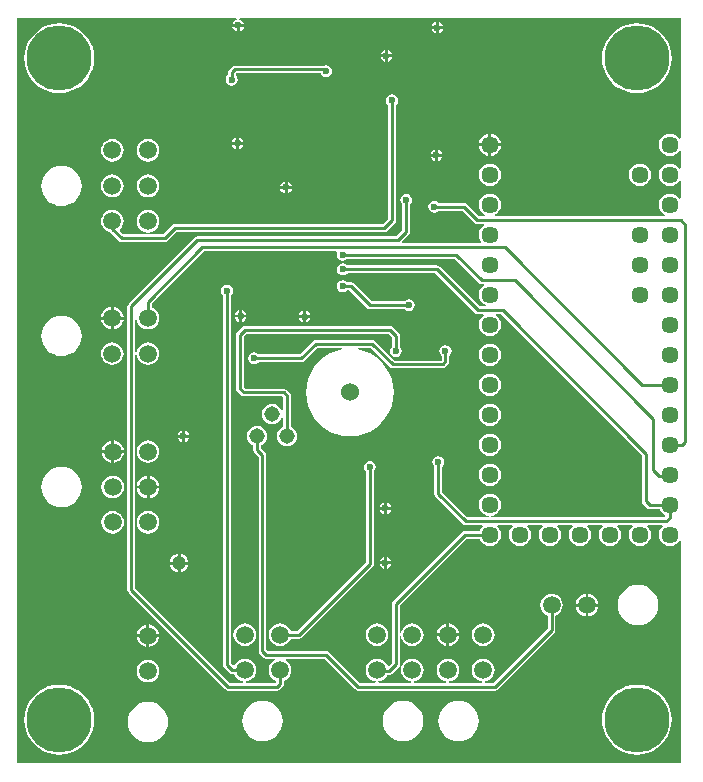
<source format=gbl>
G04 Layer_Physical_Order=2*
G04 Layer_Color=16711680*
%FSLAX44Y44*%
%MOMM*%
G71*
G01*
G75*
%ADD19C,0.2500*%
%ADD21C,1.3080*%
%ADD22C,1.5000*%
%ADD23C,1.4478*%
%ADD24C,5.5000*%
%ADD25C,1.5240*%
%ADD26C,0.6000*%
%ADD27C,1.2000*%
G36*
X280320Y444645D02*
X280283Y444416D01*
X279902Y442500D01*
X280290Y440549D01*
X281395Y438895D01*
X283049Y437790D01*
X285000Y437402D01*
X286951Y437790D01*
X288605Y438895D01*
X288799Y439186D01*
X379111D01*
X379482Y438939D01*
X380285Y438779D01*
X400407Y418657D01*
X401482Y417939D01*
X402750Y417686D01*
X404200D01*
X404610Y416416D01*
X403010Y415189D01*
X401530Y413259D01*
X400599Y411012D01*
X400281Y408600D01*
X400599Y406188D01*
X401530Y403940D01*
X403010Y402010D01*
X404940Y400530D01*
X406017Y400084D01*
X405764Y398814D01*
X400873D01*
X367093Y432593D01*
X366018Y433311D01*
X364750Y433564D01*
X289049D01*
X288855Y433855D01*
X287201Y434960D01*
X285250Y435348D01*
X283299Y434960D01*
X281645Y433855D01*
X280540Y432201D01*
X280152Y430250D01*
X280540Y428299D01*
X281645Y426645D01*
X283299Y425540D01*
X285250Y425152D01*
X287201Y425540D01*
X288855Y426645D01*
X289049Y426936D01*
X363377D01*
X397157Y393157D01*
X398232Y392439D01*
X399500Y392186D01*
X404048D01*
X404479Y390916D01*
X403010Y389789D01*
X401530Y387859D01*
X400599Y385612D01*
X400281Y383200D01*
X400599Y380788D01*
X401530Y378540D01*
X403010Y376610D01*
X404940Y375130D01*
X407188Y374199D01*
X409600Y373881D01*
X412012Y374199D01*
X414259Y375130D01*
X416189Y376610D01*
X417670Y378540D01*
X418601Y380788D01*
X418919Y383200D01*
X418601Y385612D01*
X417670Y387859D01*
X416189Y389789D01*
X414720Y390916D01*
X415151Y392186D01*
X419128D01*
X538436Y272878D01*
Y234000D01*
X538689Y232732D01*
X539407Y231657D01*
X542607Y228457D01*
X543682Y227738D01*
X544950Y227486D01*
X553372D01*
X553930Y226140D01*
X555410Y224210D01*
X557341Y222730D01*
X557964Y222471D01*
X558192Y221234D01*
X557354Y220314D01*
X410462D01*
X410379Y221584D01*
X412012Y221799D01*
X414259Y222730D01*
X416189Y224210D01*
X417670Y226140D01*
X418601Y228388D01*
X418919Y230800D01*
X418601Y233212D01*
X417670Y235459D01*
X416189Y237389D01*
X414259Y238870D01*
X412012Y239801D01*
X409600Y240119D01*
X407188Y239801D01*
X404940Y238870D01*
X403010Y237389D01*
X401530Y235459D01*
X400599Y233212D01*
X400281Y230800D01*
X400599Y228388D01*
X401530Y226140D01*
X403010Y224210D01*
X404940Y222730D01*
X407188Y221799D01*
X408821Y221584D01*
X408737Y220314D01*
X390373D01*
X369314Y241373D01*
Y263201D01*
X369605Y263395D01*
X370710Y265049D01*
X371098Y267000D01*
X370710Y268951D01*
X369605Y270605D01*
X367951Y271710D01*
X366000Y272098D01*
X364049Y271710D01*
X362395Y270605D01*
X361290Y268951D01*
X360902Y267000D01*
X361290Y265049D01*
X362395Y263395D01*
X362686Y263201D01*
Y240000D01*
X362939Y238732D01*
X363657Y237657D01*
X386657Y214657D01*
X387732Y213939D01*
X389000Y213686D01*
X403136D01*
X403567Y212416D01*
X403010Y211989D01*
X401530Y210059D01*
X400972Y208713D01*
X388400D01*
X387132Y208461D01*
X386057Y207743D01*
X327657Y149343D01*
X326939Y148268D01*
X326686Y147000D01*
Y97373D01*
X323928Y94615D01*
X322683Y94862D01*
X322298Y95791D01*
X320775Y97776D01*
X318791Y99298D01*
X316480Y100256D01*
X314000Y100582D01*
X311520Y100256D01*
X309209Y99298D01*
X307224Y97776D01*
X305702Y95791D01*
X304744Y93480D01*
X304418Y91000D01*
X304744Y88520D01*
X305702Y86209D01*
X307224Y84225D01*
X309209Y82702D01*
X311520Y81745D01*
X312744Y81584D01*
X312661Y80314D01*
X299373D01*
X273343Y106343D01*
X272268Y107061D01*
X271000Y107314D01*
X221373D01*
X220314Y108372D01*
Y273000D01*
X220061Y274268D01*
X219343Y275343D01*
X215914Y278773D01*
Y281129D01*
X216907Y281541D01*
X218691Y282909D01*
X220060Y284693D01*
X220920Y286771D01*
X221214Y289000D01*
X220920Y291229D01*
X220060Y293307D01*
X218691Y295091D01*
X216907Y296460D01*
X214829Y297320D01*
X212600Y297614D01*
X210371Y297320D01*
X208293Y296460D01*
X206509Y295091D01*
X205140Y293307D01*
X204280Y291229D01*
X203986Y289000D01*
X204280Y286771D01*
X205140Y284693D01*
X206509Y282909D01*
X208293Y281541D01*
X209286Y281129D01*
Y277400D01*
X209539Y276132D01*
X210257Y275057D01*
X213686Y271627D01*
Y107000D01*
X213939Y105732D01*
X214657Y104657D01*
X217657Y101657D01*
X218732Y100939D01*
X220000Y100686D01*
X227241D01*
X227494Y99416D01*
X227209Y99298D01*
X225225Y97776D01*
X223702Y95791D01*
X222745Y93480D01*
X222418Y91000D01*
X222745Y88520D01*
X223702Y86209D01*
X225225Y84225D01*
X227209Y82702D01*
X228686Y82090D01*
Y80873D01*
X228127Y80314D01*
X203339D01*
X203256Y81584D01*
X204480Y81745D01*
X206791Y82702D01*
X208776Y84225D01*
X210298Y86209D01*
X211255Y88520D01*
X211582Y91000D01*
X211255Y93480D01*
X210298Y95791D01*
X208776Y97776D01*
X206791Y99298D01*
X204480Y100256D01*
X202000Y100582D01*
X199520Y100256D01*
X197209Y99298D01*
X195225Y97776D01*
X193702Y95791D01*
X193552Y95430D01*
X192054Y95132D01*
X190314Y96873D01*
Y408451D01*
X190605Y408645D01*
X191710Y410299D01*
X192098Y412250D01*
X191710Y414201D01*
X190605Y415855D01*
X188951Y416960D01*
X187000Y417348D01*
X185049Y416960D01*
X183395Y415855D01*
X182290Y414201D01*
X181902Y412250D01*
X182290Y410299D01*
X183395Y408645D01*
X183686Y408451D01*
Y95500D01*
X183939Y94232D01*
X184657Y93157D01*
X189157Y88657D01*
X190232Y87939D01*
X191500Y87687D01*
X193090D01*
X193702Y86209D01*
X195225Y84225D01*
X197209Y82702D01*
X199520Y81745D01*
X200744Y81584D01*
X200661Y80314D01*
X189373D01*
X109314Y160373D01*
Y357661D01*
X110584Y357744D01*
X110745Y356520D01*
X111702Y354209D01*
X113225Y352225D01*
X115209Y350702D01*
X117520Y349745D01*
X120000Y349418D01*
X122480Y349745D01*
X124791Y350702D01*
X126776Y352225D01*
X128298Y354209D01*
X129256Y356520D01*
X129582Y359000D01*
X129256Y361480D01*
X128298Y363791D01*
X126776Y365776D01*
X124791Y367298D01*
X122480Y368256D01*
X120000Y368582D01*
X117520Y368256D01*
X115209Y367298D01*
X113225Y365776D01*
X111702Y363791D01*
X110745Y361480D01*
X110584Y360256D01*
X109314Y360340D01*
Y387661D01*
X110584Y387744D01*
X110745Y386520D01*
X111702Y384209D01*
X113225Y382225D01*
X115209Y380702D01*
X117520Y379745D01*
X120000Y379418D01*
X122480Y379745D01*
X124791Y380702D01*
X126776Y382225D01*
X128298Y384209D01*
X129256Y386520D01*
X129582Y389000D01*
X129256Y391480D01*
X128298Y393791D01*
X126776Y395776D01*
X124791Y397298D01*
X123314Y397910D01*
Y401628D01*
X167372Y445686D01*
X279597D01*
X280320Y444645D01*
D02*
G37*
G36*
X194929Y643000D02*
X195862Y642186D01*
X195862Y642186D01*
X195862D01*
X195907Y641730D01*
X195869Y641722D01*
X194549Y641460D01*
X192895Y640355D01*
X191790Y638701D01*
X191651Y638000D01*
X201349D01*
X201210Y638701D01*
X200105Y640355D01*
X198451Y641460D01*
X197131Y641722D01*
X197093Y641730D01*
X197138Y642186D01*
X197138D01*
X197138Y642186D01*
X198071Y643000D01*
X571000Y643000D01*
Y541134D01*
X569730Y540702D01*
X568589Y542189D01*
X566659Y543670D01*
X564412Y544601D01*
X562000Y544919D01*
X559588Y544601D01*
X557341Y543670D01*
X555410Y542189D01*
X553930Y540259D01*
X552999Y538012D01*
X552681Y535600D01*
X552999Y533188D01*
X553930Y530940D01*
X555410Y529011D01*
X557341Y527530D01*
X559588Y526599D01*
X562000Y526281D01*
X564412Y526599D01*
X566659Y527530D01*
X568589Y529011D01*
X569730Y530497D01*
X571000Y530066D01*
Y515734D01*
X569730Y515302D01*
X568589Y516789D01*
X566659Y518270D01*
X564412Y519201D01*
X562000Y519519D01*
X559588Y519201D01*
X557341Y518270D01*
X555410Y516789D01*
X553930Y514859D01*
X552999Y512612D01*
X552681Y510200D01*
X552999Y507788D01*
X553930Y505540D01*
X555410Y503610D01*
X557341Y502130D01*
X559588Y501199D01*
X562000Y500881D01*
X564412Y501199D01*
X566659Y502130D01*
X568589Y503610D01*
X569730Y505097D01*
X571000Y504666D01*
Y490334D01*
X569730Y489902D01*
X568589Y491389D01*
X566659Y492870D01*
X564412Y493801D01*
X562000Y494118D01*
X559588Y493801D01*
X557341Y492870D01*
X555410Y491389D01*
X553930Y489459D01*
X552999Y487212D01*
X552681Y484800D01*
X552999Y482388D01*
X553930Y480140D01*
X555410Y478210D01*
X557341Y476730D01*
X557693Y476584D01*
X557440Y475314D01*
X414160D01*
X413907Y476584D01*
X414259Y476730D01*
X416189Y478210D01*
X417670Y480140D01*
X418601Y482388D01*
X418919Y484800D01*
X418601Y487212D01*
X417670Y489459D01*
X416189Y491389D01*
X414259Y492870D01*
X412012Y493801D01*
X409600Y494118D01*
X407188Y493801D01*
X404940Y492870D01*
X403010Y491389D01*
X401530Y489459D01*
X400599Y487212D01*
X400281Y484800D01*
X400599Y482388D01*
X401530Y480140D01*
X403010Y478210D01*
X404940Y476730D01*
X405293Y476584D01*
X405040Y475314D01*
X400373D01*
X390093Y485593D01*
X389018Y486311D01*
X387750Y486564D01*
X366299D01*
X366105Y486855D01*
X364451Y487960D01*
X362500Y488348D01*
X360549Y487960D01*
X358895Y486855D01*
X357790Y485201D01*
X357402Y483250D01*
X357790Y481299D01*
X358895Y479645D01*
X360549Y478540D01*
X362500Y478152D01*
X364451Y478540D01*
X366105Y479645D01*
X366299Y479936D01*
X386377D01*
X396657Y469657D01*
X397732Y468939D01*
X399000Y468686D01*
X404295D01*
X404878Y467549D01*
X404870Y467416D01*
X403010Y465989D01*
X401530Y464059D01*
X400599Y461812D01*
X400281Y459400D01*
X400599Y456988D01*
X401530Y454740D01*
X402417Y453584D01*
X401791Y452314D01*
X335296D01*
X334770Y453584D01*
X341093Y459907D01*
X341811Y460982D01*
X342064Y462250D01*
X342064Y462251D01*
Y485201D01*
X342355Y485395D01*
X343460Y487049D01*
X343848Y489000D01*
X343460Y490951D01*
X342355Y492605D01*
X340701Y493710D01*
X338750Y494098D01*
X336799Y493710D01*
X335145Y492605D01*
X334040Y490951D01*
X333652Y489000D01*
X334040Y487049D01*
X335145Y485395D01*
X335436Y485201D01*
Y463622D01*
X330128Y458314D01*
X162000D01*
X160732Y458061D01*
X159657Y457343D01*
X103657Y401343D01*
X102939Y400268D01*
X102686Y399000D01*
Y159000D01*
X102939Y157732D01*
X103657Y156657D01*
X185657Y74657D01*
X186732Y73939D01*
X188000Y73686D01*
X229500D01*
X230768Y73939D01*
X231843Y74657D01*
X234343Y77157D01*
X234343Y77157D01*
X235061Y78232D01*
X235314Y79500D01*
Y82090D01*
X236791Y82702D01*
X238776Y84225D01*
X240298Y86209D01*
X241255Y88520D01*
X241582Y91000D01*
X241255Y93480D01*
X240298Y95791D01*
X238776Y97776D01*
X236791Y99298D01*
X236506Y99416D01*
X236759Y100686D01*
X269627D01*
X295657Y74657D01*
X296732Y73939D01*
X298000Y73686D01*
X414000D01*
X415268Y73939D01*
X416343Y74657D01*
X464143Y122457D01*
X464861Y123532D01*
X465114Y124800D01*
Y137090D01*
X466591Y137702D01*
X468575Y139224D01*
X470098Y141209D01*
X471055Y143520D01*
X471382Y146000D01*
X471055Y148480D01*
X470098Y150791D01*
X468575Y152775D01*
X466591Y154298D01*
X464280Y155255D01*
X461800Y155582D01*
X459320Y155255D01*
X457009Y154298D01*
X455024Y152775D01*
X453502Y150791D01*
X452545Y148480D01*
X452218Y146000D01*
X452545Y143520D01*
X453502Y141209D01*
X455024Y139224D01*
X457009Y137702D01*
X458486Y137090D01*
Y126173D01*
X412627Y80314D01*
X405339D01*
X405256Y81584D01*
X406480Y81745D01*
X408791Y82702D01*
X410776Y84225D01*
X412298Y86209D01*
X413256Y88520D01*
X413582Y91000D01*
X413256Y93480D01*
X412298Y95791D01*
X410776Y97776D01*
X408791Y99298D01*
X406480Y100256D01*
X404000Y100582D01*
X401520Y100256D01*
X399209Y99298D01*
X397225Y97776D01*
X395702Y95791D01*
X394745Y93480D01*
X394418Y91000D01*
X394745Y88520D01*
X395702Y86209D01*
X397225Y84225D01*
X399209Y82702D01*
X401520Y81745D01*
X402744Y81584D01*
X402661Y80314D01*
X375340D01*
X375256Y81584D01*
X376480Y81745D01*
X378791Y82702D01*
X380776Y84225D01*
X382298Y86209D01*
X383256Y88520D01*
X383582Y91000D01*
X383256Y93480D01*
X382298Y95791D01*
X380776Y97776D01*
X378791Y99298D01*
X376480Y100256D01*
X374000Y100582D01*
X371520Y100256D01*
X369209Y99298D01*
X367225Y97776D01*
X365702Y95791D01*
X364745Y93480D01*
X364418Y91000D01*
X364745Y88520D01*
X365702Y86209D01*
X367225Y84225D01*
X369209Y82702D01*
X371520Y81745D01*
X372744Y81584D01*
X372661Y80314D01*
X345339D01*
X345256Y81584D01*
X346480Y81745D01*
X348791Y82702D01*
X350775Y84225D01*
X352298Y86209D01*
X353255Y88520D01*
X353582Y91000D01*
X353255Y93480D01*
X352298Y95791D01*
X350775Y97776D01*
X348791Y99298D01*
X346480Y100256D01*
X344000Y100582D01*
X341520Y100256D01*
X339209Y99298D01*
X337224Y97776D01*
X335702Y95791D01*
X334744Y93480D01*
X334418Y91000D01*
X334744Y88520D01*
X335702Y86209D01*
X337224Y84225D01*
X339209Y82702D01*
X341520Y81745D01*
X342744Y81584D01*
X342660Y80314D01*
X315339D01*
X315256Y81584D01*
X316480Y81745D01*
X318791Y82702D01*
X320775Y84225D01*
X322298Y86209D01*
X322496Y86686D01*
X324000D01*
X325268Y86939D01*
X326343Y87657D01*
X332343Y93657D01*
X333061Y94732D01*
X333314Y96000D01*
Y119657D01*
X334584Y119741D01*
X334744Y118520D01*
X335702Y116209D01*
X337224Y114225D01*
X339209Y112702D01*
X341520Y111745D01*
X344000Y111418D01*
X346480Y111745D01*
X348791Y112702D01*
X350775Y114225D01*
X352298Y116209D01*
X353255Y118520D01*
X353582Y121000D01*
X353255Y123480D01*
X352298Y125791D01*
X350775Y127776D01*
X348791Y129298D01*
X346480Y130256D01*
X344000Y130582D01*
X341520Y130256D01*
X339209Y129298D01*
X337224Y127776D01*
X335702Y125791D01*
X334744Y123480D01*
X334584Y122260D01*
X333314Y122343D01*
Y145627D01*
X389772Y202086D01*
X400972D01*
X401530Y200740D01*
X403010Y198811D01*
X404940Y197330D01*
X407188Y196399D01*
X409600Y196081D01*
X412012Y196399D01*
X414259Y197330D01*
X416189Y198811D01*
X417670Y200740D01*
X418601Y202988D01*
X418919Y205400D01*
X418601Y207812D01*
X417670Y210059D01*
X416189Y211989D01*
X415633Y212416D01*
X416064Y213686D01*
X428536D01*
X428967Y212416D01*
X428410Y211989D01*
X426930Y210059D01*
X425999Y207812D01*
X425681Y205400D01*
X425999Y202988D01*
X426930Y200740D01*
X428410Y198811D01*
X430340Y197330D01*
X432588Y196399D01*
X435000Y196081D01*
X437412Y196399D01*
X439659Y197330D01*
X441589Y198811D01*
X443070Y200740D01*
X444001Y202988D01*
X444319Y205400D01*
X444001Y207812D01*
X443070Y210059D01*
X441589Y211989D01*
X441032Y212416D01*
X441464Y213686D01*
X453936D01*
X454367Y212416D01*
X453811Y211989D01*
X452330Y210059D01*
X451399Y207812D01*
X451081Y205400D01*
X451399Y202988D01*
X452330Y200740D01*
X453811Y198811D01*
X455741Y197330D01*
X457988Y196399D01*
X460400Y196081D01*
X462812Y196399D01*
X465059Y197330D01*
X466989Y198811D01*
X468470Y200740D01*
X469401Y202988D01*
X469719Y205400D01*
X469401Y207812D01*
X468470Y210059D01*
X466989Y211989D01*
X466432Y212416D01*
X466864Y213686D01*
X479336D01*
X479767Y212416D01*
X479211Y211989D01*
X477730Y210059D01*
X476799Y207812D01*
X476481Y205400D01*
X476799Y202988D01*
X477730Y200740D01*
X479211Y198811D01*
X481141Y197330D01*
X483388Y196399D01*
X485800Y196081D01*
X488212Y196399D01*
X490459Y197330D01*
X492389Y198811D01*
X493870Y200740D01*
X494801Y202988D01*
X495119Y205400D01*
X494801Y207812D01*
X493870Y210059D01*
X492389Y211989D01*
X491833Y212416D01*
X492264Y213686D01*
X504736D01*
X505167Y212416D01*
X504610Y211989D01*
X503130Y210059D01*
X502199Y207812D01*
X501881Y205400D01*
X502199Y202988D01*
X503130Y200740D01*
X504610Y198811D01*
X506540Y197330D01*
X508788Y196399D01*
X511200Y196081D01*
X513612Y196399D01*
X515859Y197330D01*
X517789Y198811D01*
X519270Y200740D01*
X520201Y202988D01*
X520519Y205400D01*
X520201Y207812D01*
X519270Y210059D01*
X517789Y211989D01*
X517233Y212416D01*
X517664Y213686D01*
X530136D01*
X530567Y212416D01*
X530010Y211989D01*
X528530Y210059D01*
X527599Y207812D01*
X527281Y205400D01*
X527599Y202988D01*
X528530Y200740D01*
X530010Y198811D01*
X531940Y197330D01*
X534188Y196399D01*
X536600Y196081D01*
X539012Y196399D01*
X541259Y197330D01*
X543189Y198811D01*
X544670Y200740D01*
X545601Y202988D01*
X545919Y205400D01*
X545601Y207812D01*
X544670Y210059D01*
X543189Y211989D01*
X542632Y212416D01*
X543064Y213686D01*
X555536D01*
X555967Y212416D01*
X555410Y211989D01*
X553930Y210059D01*
X552999Y207812D01*
X552681Y205400D01*
X552999Y202988D01*
X553930Y200740D01*
X555410Y198811D01*
X557341Y197330D01*
X559588Y196399D01*
X562000Y196081D01*
X564412Y196399D01*
X566659Y197330D01*
X568589Y198811D01*
X569730Y200297D01*
X571000Y199866D01*
Y12000D01*
X9000D01*
X9000Y643000D01*
X194929D01*
D02*
G37*
%LPC*%
G36*
X322250Y232849D02*
Y229250D01*
X325849D01*
X325710Y229951D01*
X324605Y231605D01*
X322951Y232710D01*
X322250Y232849D01*
D02*
G37*
G36*
X319750D02*
X319049Y232710D01*
X317395Y231605D01*
X316290Y229951D01*
X316151Y229250D01*
X319750D01*
Y232849D01*
D02*
G37*
G36*
X129617Y244750D02*
X121450D01*
Y236583D01*
X122680Y236745D01*
X124991Y237702D01*
X126975Y239225D01*
X128498Y241209D01*
X129455Y243520D01*
X129617Y244750D01*
D02*
G37*
G36*
X118950D02*
X110782D01*
X110944Y243520D01*
X111902Y241209D01*
X113424Y239225D01*
X115409Y237702D01*
X117720Y236745D01*
X118950Y236583D01*
Y244750D01*
D02*
G37*
G36*
X322250Y186599D02*
Y183000D01*
X325849D01*
X325710Y183701D01*
X324605Y185355D01*
X322951Y186460D01*
X322250Y186599D01*
D02*
G37*
G36*
X319750D02*
X319049Y186460D01*
X317395Y185355D01*
X316290Y183701D01*
X316151Y183000D01*
X319750D01*
Y186599D01*
D02*
G37*
G36*
X147750Y189404D02*
Y182750D01*
X154404D01*
X154294Y183588D01*
X153488Y185534D01*
X152206Y187206D01*
X150534Y188488D01*
X148588Y189294D01*
X147750Y189404D01*
D02*
G37*
G36*
X325849Y226750D02*
X322250D01*
Y223151D01*
X322951Y223290D01*
X324605Y224395D01*
X325710Y226049D01*
X325849Y226750D01*
D02*
G37*
G36*
X319750D02*
X316151D01*
X316290Y226049D01*
X317395Y224395D01*
X319049Y223290D01*
X319750Y223151D01*
Y226750D01*
D02*
G37*
G36*
X120200Y225582D02*
X117720Y225255D01*
X115409Y224298D01*
X113424Y222775D01*
X111902Y220791D01*
X110944Y218480D01*
X110618Y216000D01*
X110944Y213520D01*
X111902Y211209D01*
X113424Y209224D01*
X115409Y207701D01*
X117720Y206744D01*
X120200Y206418D01*
X122680Y206744D01*
X124991Y207701D01*
X126975Y209224D01*
X128498Y211209D01*
X129455Y213520D01*
X129782Y216000D01*
X129455Y218480D01*
X128498Y220791D01*
X126975Y222775D01*
X124991Y224298D01*
X122680Y225255D01*
X120200Y225582D01*
D02*
G37*
G36*
X148750Y287750D02*
X145151D01*
X145290Y287049D01*
X146395Y285395D01*
X148049Y284290D01*
X148750Y284151D01*
Y287750D01*
D02*
G37*
G36*
X154849D02*
X151250D01*
Y284151D01*
X151951Y284290D01*
X153605Y285395D01*
X154710Y287049D01*
X154849Y287750D01*
D02*
G37*
G36*
X409600Y316318D02*
X407188Y316001D01*
X404940Y315070D01*
X403010Y313589D01*
X401530Y311659D01*
X400599Y309412D01*
X400281Y307000D01*
X400599Y304588D01*
X401530Y302340D01*
X403010Y300410D01*
X404940Y298930D01*
X407188Y297999D01*
X409600Y297681D01*
X412012Y297999D01*
X414259Y298930D01*
X416189Y300410D01*
X417670Y302340D01*
X418601Y304588D01*
X418919Y307000D01*
X418601Y309412D01*
X417670Y311659D01*
X416189Y313589D01*
X414259Y315070D01*
X412012Y316001D01*
X409600Y316318D01*
D02*
G37*
G36*
X151250Y293849D02*
Y290250D01*
X154849D01*
X154710Y290951D01*
X153605Y292605D01*
X151951Y293710D01*
X151250Y293849D01*
D02*
G37*
G36*
X148750D02*
X148049Y293710D01*
X146395Y292605D01*
X145290Y290951D01*
X145151Y290250D01*
X148750D01*
Y293849D01*
D02*
G37*
G36*
X121450Y255418D02*
Y247250D01*
X129617D01*
X129455Y248480D01*
X128498Y250791D01*
X126975Y252776D01*
X124991Y254298D01*
X122680Y255256D01*
X121450Y255418D01*
D02*
G37*
G36*
X118950D02*
X117720Y255256D01*
X115409Y254298D01*
X113424Y252776D01*
X111902Y250791D01*
X110944Y248480D01*
X110782Y247250D01*
X118950D01*
Y255418D01*
D02*
G37*
G36*
X409600Y265518D02*
X407188Y265201D01*
X404940Y264270D01*
X403010Y262789D01*
X401530Y260859D01*
X400599Y258612D01*
X400281Y256200D01*
X400599Y253788D01*
X401530Y251540D01*
X403010Y249611D01*
X404940Y248130D01*
X407188Y247199D01*
X409600Y246881D01*
X412012Y247199D01*
X414259Y248130D01*
X416189Y249611D01*
X417670Y251540D01*
X418601Y253788D01*
X418919Y256200D01*
X418601Y258612D01*
X417670Y260859D01*
X416189Y262789D01*
X414259Y264270D01*
X412012Y265201D01*
X409600Y265518D01*
D02*
G37*
G36*
X120200Y285582D02*
X117720Y285256D01*
X115409Y284298D01*
X113424Y282776D01*
X111902Y280791D01*
X110944Y278480D01*
X110618Y276000D01*
X110944Y273520D01*
X111902Y271209D01*
X113424Y269225D01*
X115409Y267702D01*
X117720Y266745D01*
X120200Y266418D01*
X122680Y266745D01*
X124991Y267702D01*
X126975Y269225D01*
X128498Y271209D01*
X129455Y273520D01*
X129782Y276000D01*
X129455Y278480D01*
X128498Y280791D01*
X126975Y282776D01*
X124991Y284298D01*
X122680Y285256D01*
X120200Y285582D01*
D02*
G37*
G36*
X409600Y290919D02*
X407188Y290601D01*
X404940Y289670D01*
X403010Y288189D01*
X401530Y286259D01*
X400599Y284012D01*
X400281Y281600D01*
X400599Y279188D01*
X401530Y276940D01*
X403010Y275011D01*
X404940Y273530D01*
X407188Y272599D01*
X409600Y272281D01*
X412012Y272599D01*
X414259Y273530D01*
X416189Y275011D01*
X417670Y276940D01*
X418601Y279188D01*
X418919Y281600D01*
X418601Y284012D01*
X417670Y286259D01*
X416189Y288189D01*
X414259Y289670D01*
X412012Y290601D01*
X409600Y290919D01*
D02*
G37*
G36*
X145250Y189404D02*
X144412Y189294D01*
X142465Y188488D01*
X140794Y187206D01*
X139512Y185534D01*
X138706Y183588D01*
X138596Y182750D01*
X145250D01*
Y189404D01*
D02*
G37*
G36*
X202000Y130582D02*
X199520Y130256D01*
X197209Y129298D01*
X195225Y127776D01*
X193702Y125791D01*
X192745Y123480D01*
X192418Y121000D01*
X192745Y118520D01*
X193702Y116209D01*
X195225Y114225D01*
X197209Y112702D01*
X199520Y111745D01*
X202000Y111418D01*
X204480Y111745D01*
X206791Y112702D01*
X208776Y114225D01*
X210298Y116209D01*
X211255Y118520D01*
X211582Y121000D01*
X211255Y123480D01*
X210298Y125791D01*
X208776Y127776D01*
X206791Y129298D01*
X204480Y130256D01*
X202000Y130582D01*
D02*
G37*
G36*
X314000D02*
X311520Y130256D01*
X309209Y129298D01*
X307224Y127776D01*
X305702Y125791D01*
X304744Y123480D01*
X304418Y121000D01*
X304744Y118520D01*
X305702Y116209D01*
X307224Y114225D01*
X309209Y112702D01*
X311520Y111745D01*
X314000Y111418D01*
X316480Y111745D01*
X318791Y112702D01*
X320775Y114225D01*
X322298Y116209D01*
X323255Y118520D01*
X323582Y121000D01*
X323255Y123480D01*
X322298Y125791D01*
X320775Y127776D01*
X318791Y129298D01*
X316480Y130256D01*
X314000Y130582D01*
D02*
G37*
G36*
X145250Y180250D02*
X138596D01*
X138706Y179412D01*
X139512Y177465D01*
X140794Y175794D01*
X142465Y174512D01*
X144412Y173706D01*
X145250Y173596D01*
Y180250D01*
D02*
G37*
G36*
X325849Y180500D02*
X322250D01*
Y176901D01*
X322951Y177040D01*
X324605Y178145D01*
X325710Y179799D01*
X325849Y180500D01*
D02*
G37*
G36*
X319750D02*
X316151D01*
X316290Y179799D01*
X317395Y178145D01*
X319049Y177040D01*
X319750Y176901D01*
Y180500D01*
D02*
G37*
G36*
X154404Y180250D02*
X147750D01*
Y173596D01*
X148588Y173706D01*
X150534Y174512D01*
X152206Y175794D01*
X153488Y177465D01*
X154294Y179412D01*
X154404Y180250D01*
D02*
G37*
G36*
X308000Y268098D02*
X306049Y267710D01*
X304395Y266605D01*
X303290Y264951D01*
X302902Y263000D01*
X303290Y261049D01*
X304395Y259395D01*
X304686Y259201D01*
Y182372D01*
X246628Y124314D01*
X240910D01*
X240298Y125791D01*
X238776Y127776D01*
X236791Y129298D01*
X234480Y130256D01*
X232000Y130582D01*
X229520Y130256D01*
X227209Y129298D01*
X225225Y127776D01*
X223702Y125791D01*
X222745Y123480D01*
X222418Y121000D01*
X222745Y118520D01*
X223702Y116209D01*
X225225Y114225D01*
X227209Y112702D01*
X229520Y111745D01*
X232000Y111418D01*
X234480Y111745D01*
X236791Y112702D01*
X238776Y114225D01*
X240298Y116209D01*
X240910Y117687D01*
X248000D01*
X249268Y117939D01*
X250343Y118657D01*
X310343Y178657D01*
X311061Y179732D01*
X311314Y181000D01*
Y259201D01*
X311605Y259395D01*
X312710Y261049D01*
X313098Y263000D01*
X312710Y264951D01*
X311605Y266605D01*
X309951Y267710D01*
X308000Y268098D01*
D02*
G37*
G36*
X409600Y341718D02*
X407188Y341401D01*
X404940Y340470D01*
X403010Y338989D01*
X401530Y337059D01*
X400599Y334812D01*
X400281Y332400D01*
X400599Y329988D01*
X401530Y327740D01*
X403010Y325811D01*
X404940Y324330D01*
X407188Y323399D01*
X409600Y323081D01*
X412012Y323399D01*
X414259Y324330D01*
X416189Y325811D01*
X417670Y327740D01*
X418601Y329988D01*
X418919Y332400D01*
X418601Y334812D01*
X417670Y337059D01*
X416189Y338989D01*
X414259Y340470D01*
X412012Y341401D01*
X409600Y341718D01*
D02*
G37*
G36*
X197250Y389500D02*
X193651D01*
X193790Y388799D01*
X194895Y387145D01*
X196549Y386040D01*
X197250Y385901D01*
Y389500D01*
D02*
G37*
G36*
X257552Y389047D02*
X253953D01*
Y385448D01*
X254654Y385587D01*
X256308Y386692D01*
X257413Y388346D01*
X257552Y389047D01*
D02*
G37*
G36*
X251453D02*
X247854D01*
X247993Y388346D01*
X249098Y386692D01*
X250752Y385587D01*
X251453Y385448D01*
Y389047D01*
D02*
G37*
G36*
X203349Y389500D02*
X199750D01*
Y385901D01*
X200451Y386040D01*
X202105Y387145D01*
X203210Y388799D01*
X203349Y389500D01*
D02*
G37*
G36*
X251453Y395146D02*
X250752Y395007D01*
X249098Y393902D01*
X247993Y392248D01*
X247854Y391547D01*
X251453D01*
Y395146D01*
D02*
G37*
G36*
X409600Y367118D02*
X407188Y366801D01*
X404940Y365870D01*
X403010Y364389D01*
X401530Y362459D01*
X400599Y360212D01*
X400281Y357800D01*
X400599Y355388D01*
X401530Y353140D01*
X403010Y351211D01*
X404940Y349730D01*
X407188Y348799D01*
X409600Y348481D01*
X412012Y348799D01*
X414259Y349730D01*
X416189Y351211D01*
X417670Y353140D01*
X418601Y355388D01*
X418919Y357800D01*
X418601Y360212D01*
X417670Y362459D01*
X416189Y364389D01*
X414259Y365870D01*
X412012Y366801D01*
X409600Y367118D01*
D02*
G37*
G36*
X310000Y370314D02*
X262000D01*
X260732Y370061D01*
X259657Y369343D01*
X248627Y358314D01*
X213799D01*
X213605Y358605D01*
X211951Y359710D01*
X210000Y360098D01*
X208049Y359710D01*
X206395Y358605D01*
X205290Y356951D01*
X204902Y355000D01*
X205290Y353049D01*
X206395Y351395D01*
X208049Y350290D01*
X210000Y349902D01*
X211951Y350290D01*
X213605Y351395D01*
X213799Y351686D01*
X250000D01*
X251268Y351939D01*
X252343Y352657D01*
X263373Y363686D01*
X284039D01*
X284190Y362416D01*
X279531Y361298D01*
X274151Y359069D01*
X269185Y356026D01*
X264756Y352244D01*
X260974Y347815D01*
X257931Y342850D01*
X255702Y337469D01*
X254343Y331806D01*
X253886Y326000D01*
X254343Y320194D01*
X255702Y314531D01*
X257931Y309150D01*
X260974Y304185D01*
X264756Y299756D01*
X269185Y295974D01*
X274151Y292931D01*
X279531Y290702D01*
X285194Y289343D01*
X291000Y288886D01*
X296806Y289343D01*
X302469Y290702D01*
X307850Y292931D01*
X312815Y295974D01*
X317244Y299756D01*
X321026Y304185D01*
X324069Y309150D01*
X326298Y314531D01*
X327658Y320194D01*
X328115Y326000D01*
X327658Y331806D01*
X326298Y337469D01*
X324069Y342850D01*
X321026Y347815D01*
X317244Y352244D01*
X312815Y356026D01*
X307850Y359069D01*
X302469Y361298D01*
X297811Y362416D01*
X297961Y363686D01*
X308627D01*
X324907Y347407D01*
X325982Y346689D01*
X327250Y346436D01*
X369500D01*
X370768Y346689D01*
X371843Y347407D01*
X374343Y349907D01*
X375061Y350982D01*
X375314Y352250D01*
Y357201D01*
X375605Y357395D01*
X376710Y359049D01*
X377098Y361000D01*
X376710Y362951D01*
X375605Y364605D01*
X373951Y365710D01*
X372000Y366098D01*
X370049Y365710D01*
X368395Y364605D01*
X367290Y362951D01*
X366902Y361000D01*
X367290Y359049D01*
X368395Y357395D01*
X368686Y357201D01*
Y353623D01*
X368128Y353064D01*
X328623D01*
X312343Y369343D01*
X311268Y370061D01*
X311058Y370103D01*
X310000Y370314D01*
D02*
G37*
G36*
X325000Y382314D02*
X202000D01*
X200732Y382061D01*
X199657Y381343D01*
X195657Y377343D01*
X194939Y376268D01*
X194686Y375000D01*
Y329000D01*
X194939Y327732D01*
X195657Y326657D01*
X198657Y323657D01*
X199732Y322939D01*
X201000Y322686D01*
X233627D01*
X234686Y321627D01*
Y311024D01*
X233416Y310772D01*
X232760Y312357D01*
X231391Y314141D01*
X229607Y315510D01*
X227529Y316370D01*
X225300Y316664D01*
X223071Y316370D01*
X220993Y315510D01*
X219209Y314141D01*
X217840Y312357D01*
X216980Y310280D01*
X216686Y308050D01*
X216980Y305821D01*
X217840Y303743D01*
X219209Y301959D01*
X220993Y300590D01*
X223071Y299730D01*
X225300Y299436D01*
X227529Y299730D01*
X229607Y300590D01*
X231391Y301959D01*
X232760Y303743D01*
X233416Y305329D01*
X234686Y305076D01*
Y296871D01*
X233693Y296460D01*
X231909Y295091D01*
X230540Y293307D01*
X229680Y291229D01*
X229386Y289000D01*
X229680Y286771D01*
X230540Y284693D01*
X231909Y282909D01*
X233693Y281541D01*
X235771Y280680D01*
X238000Y280387D01*
X240229Y280680D01*
X242307Y281541D01*
X244091Y282909D01*
X245460Y284693D01*
X246320Y286771D01*
X246614Y289000D01*
X246320Y291229D01*
X245460Y293307D01*
X244091Y295091D01*
X242307Y296460D01*
X241314Y296871D01*
Y323000D01*
X241061Y324268D01*
X240343Y325343D01*
X237343Y328343D01*
X236268Y329061D01*
X235000Y329314D01*
X202373D01*
X201314Y330373D01*
Y373628D01*
X203373Y375686D01*
X323628D01*
X326686Y372627D01*
Y364799D01*
X326395Y364605D01*
X325290Y362951D01*
X324902Y361000D01*
X325290Y359049D01*
X326395Y357395D01*
X328049Y356290D01*
X330000Y355902D01*
X331951Y356290D01*
X333605Y357395D01*
X334710Y359049D01*
X335098Y361000D01*
X334710Y362951D01*
X333605Y364605D01*
X333314Y364799D01*
Y374000D01*
X333061Y375268D01*
X332343Y376343D01*
X327343Y381343D01*
X326268Y382061D01*
X326058Y382103D01*
X325000Y382314D01*
D02*
G37*
G36*
X199750Y395599D02*
Y392000D01*
X203349D01*
X203210Y392701D01*
X202105Y394355D01*
X200451Y395460D01*
X199750Y395599D01*
D02*
G37*
G36*
X197250D02*
X196549Y395460D01*
X194895Y394355D01*
X193790Y392701D01*
X193651Y392000D01*
X197250D01*
Y395599D01*
D02*
G37*
G36*
X253953Y395146D02*
Y391547D01*
X257552D01*
X257413Y392248D01*
X256308Y393902D01*
X254654Y395007D01*
X253953Y395146D01*
D02*
G37*
G36*
X285000Y421098D02*
X283049Y420710D01*
X281395Y419605D01*
X280290Y417951D01*
X279902Y416000D01*
X280290Y414049D01*
X281395Y412395D01*
X283049Y411290D01*
X285000Y410902D01*
X286951Y411290D01*
X288605Y412395D01*
X288799Y412686D01*
X290627D01*
X305657Y397657D01*
X306732Y396939D01*
X308000Y396686D01*
X337201D01*
X337395Y396395D01*
X339049Y395290D01*
X341000Y394902D01*
X342951Y395290D01*
X344605Y396395D01*
X345710Y398049D01*
X346098Y400000D01*
X345710Y401951D01*
X344605Y403605D01*
X342951Y404710D01*
X341000Y405098D01*
X339049Y404710D01*
X337395Y403605D01*
X337201Y403314D01*
X309373D01*
X294343Y418343D01*
X293268Y419061D01*
X292000Y419314D01*
X288799D01*
X288605Y419605D01*
X286951Y420710D01*
X285000Y421098D01*
D02*
G37*
G36*
X90200Y255582D02*
X87720Y255256D01*
X85409Y254298D01*
X83425Y252776D01*
X81902Y250791D01*
X80944Y248480D01*
X80618Y246000D01*
X80944Y243520D01*
X81902Y241209D01*
X83425Y239225D01*
X85409Y237702D01*
X87720Y236745D01*
X90200Y236418D01*
X92680Y236745D01*
X94991Y237702D01*
X96975Y239225D01*
X98498Y241209D01*
X99455Y243520D01*
X99782Y246000D01*
X99455Y248480D01*
X98498Y250791D01*
X96975Y252776D01*
X94991Y254298D01*
X92680Y255256D01*
X90200Y255582D01*
D02*
G37*
G36*
X47000Y263082D02*
X43668Y262754D01*
X40463Y261782D01*
X37510Y260203D01*
X34921Y258079D01*
X32797Y255491D01*
X31218Y252537D01*
X30246Y249333D01*
X29918Y246000D01*
X30246Y242668D01*
X31218Y239463D01*
X32797Y236510D01*
X34921Y233921D01*
X37510Y231797D01*
X40463Y230218D01*
X43668Y229246D01*
X47000Y228918D01*
X50333Y229246D01*
X53537Y230218D01*
X56491Y231797D01*
X59079Y233921D01*
X61203Y236510D01*
X62782Y239463D01*
X63754Y242668D01*
X64082Y246000D01*
X63754Y249333D01*
X62782Y252537D01*
X61203Y255491D01*
X59079Y258079D01*
X56491Y260203D01*
X53537Y261782D01*
X50333Y262754D01*
X47000Y263082D01*
D02*
G37*
G36*
X90200Y225582D02*
X87720Y225255D01*
X85409Y224298D01*
X83425Y222775D01*
X81902Y220791D01*
X80944Y218480D01*
X80618Y216000D01*
X80944Y213520D01*
X81902Y211209D01*
X83425Y209224D01*
X85409Y207701D01*
X87720Y206744D01*
X90200Y206418D01*
X92680Y206744D01*
X94991Y207701D01*
X96975Y209224D01*
X98498Y211209D01*
X99455Y213520D01*
X99782Y216000D01*
X99455Y218480D01*
X98498Y220791D01*
X96975Y222775D01*
X94991Y224298D01*
X92680Y225255D01*
X90200Y225582D01*
D02*
G37*
G36*
X91450Y285417D02*
Y277250D01*
X99617D01*
X99455Y278480D01*
X98498Y280791D01*
X96975Y282776D01*
X94991Y284298D01*
X92680Y285256D01*
X91450Y285417D01*
D02*
G37*
G36*
X88950D02*
X87720Y285256D01*
X85409Y284298D01*
X83425Y282776D01*
X81902Y280791D01*
X80944Y278480D01*
X80783Y277250D01*
X88950D01*
Y285417D01*
D02*
G37*
G36*
X99617Y274750D02*
X91450D01*
Y266583D01*
X92680Y266745D01*
X94991Y267702D01*
X96975Y269225D01*
X98498Y271209D01*
X99455Y273520D01*
X99617Y274750D01*
D02*
G37*
G36*
X88950D02*
X80783D01*
X80944Y273520D01*
X81902Y271209D01*
X83425Y269225D01*
X85409Y267702D01*
X87720Y266745D01*
X88950Y266583D01*
Y274750D01*
D02*
G37*
G36*
X129418Y118950D02*
X121250D01*
Y110783D01*
X122480Y110945D01*
X124791Y111902D01*
X126776Y113425D01*
X128298Y115409D01*
X129256Y117720D01*
X129418Y118950D01*
D02*
G37*
G36*
X118750D02*
X110583D01*
X110745Y117720D01*
X111702Y115409D01*
X113225Y113425D01*
X115209Y111902D01*
X117520Y110945D01*
X118750Y110783D01*
Y118950D01*
D02*
G37*
G36*
X383418Y119750D02*
X375250D01*
Y111583D01*
X376480Y111745D01*
X378791Y112702D01*
X380776Y114225D01*
X382298Y116209D01*
X383256Y118520D01*
X383418Y119750D01*
D02*
G37*
G36*
X372750D02*
X364583D01*
X364745Y118520D01*
X365702Y116209D01*
X367225Y114225D01*
X369209Y112702D01*
X371520Y111745D01*
X372750Y111583D01*
Y119750D01*
D02*
G37*
G36*
X404000Y130582D02*
X401520Y130256D01*
X399209Y129298D01*
X397225Y127776D01*
X395702Y125791D01*
X394745Y123480D01*
X394418Y121000D01*
X394745Y118520D01*
X395702Y116209D01*
X397225Y114225D01*
X399209Y112702D01*
X401520Y111745D01*
X404000Y111418D01*
X406480Y111745D01*
X408791Y112702D01*
X410776Y114225D01*
X412298Y116209D01*
X413256Y118520D01*
X413582Y121000D01*
X413256Y123480D01*
X412298Y125791D01*
X410776Y127776D01*
X408791Y129298D01*
X406480Y130256D01*
X404000Y130582D01*
D02*
G37*
G36*
X120000Y64082D02*
X116668Y63754D01*
X113463Y62782D01*
X110510Y61203D01*
X107921Y59079D01*
X105797Y56490D01*
X104218Y53537D01*
X103246Y50332D01*
X102918Y47000D01*
X103246Y43667D01*
X104218Y40463D01*
X105797Y37509D01*
X107921Y34921D01*
X110510Y32796D01*
X113463Y31218D01*
X116668Y30246D01*
X120000Y29918D01*
X123333Y30246D01*
X126537Y31218D01*
X129491Y32796D01*
X132079Y34921D01*
X134204Y37509D01*
X135782Y40463D01*
X136754Y43667D01*
X137083Y47000D01*
X136754Y50332D01*
X135782Y53537D01*
X134204Y56490D01*
X132079Y59079D01*
X129491Y61203D01*
X126537Y62782D01*
X123333Y63754D01*
X120000Y64082D01*
D02*
G37*
G36*
X45000Y78591D02*
X40371Y78227D01*
X35856Y77143D01*
X31566Y75366D01*
X27607Y72940D01*
X24076Y69924D01*
X21060Y66393D01*
X18634Y62434D01*
X16857Y58144D01*
X15773Y53629D01*
X15409Y49000D01*
X15773Y44371D01*
X16857Y39856D01*
X18634Y35566D01*
X21060Y31607D01*
X24076Y28076D01*
X27607Y25060D01*
X31566Y22634D01*
X35856Y20857D01*
X40371Y19773D01*
X45000Y19409D01*
X49629Y19773D01*
X54144Y20857D01*
X58434Y22634D01*
X62393Y25060D01*
X65924Y28076D01*
X68940Y31607D01*
X71366Y35566D01*
X73143Y39856D01*
X74227Y44371D01*
X74591Y49000D01*
X74227Y53629D01*
X73143Y58144D01*
X71366Y62434D01*
X68940Y66393D01*
X65924Y69924D01*
X62393Y72940D01*
X58434Y75366D01*
X54144Y77143D01*
X49629Y78227D01*
X45000Y78591D01*
D02*
G37*
G36*
X534000Y78591D02*
X529371Y78227D01*
X524856Y77143D01*
X520566Y75366D01*
X516607Y72940D01*
X513076Y69924D01*
X510060Y66393D01*
X507634Y62434D01*
X505857Y58144D01*
X504773Y53629D01*
X504409Y49000D01*
X504773Y44371D01*
X505857Y39856D01*
X507634Y35566D01*
X510060Y31607D01*
X513076Y28076D01*
X516607Y25060D01*
X520566Y22634D01*
X524856Y20857D01*
X529371Y19773D01*
X534000Y19409D01*
X538629Y19773D01*
X543144Y20857D01*
X547434Y22634D01*
X551393Y25060D01*
X554924Y28076D01*
X557940Y31607D01*
X560366Y35566D01*
X562143Y39856D01*
X563227Y44371D01*
X563591Y49000D01*
X563227Y53629D01*
X562143Y58144D01*
X560366Y62434D01*
X557940Y66393D01*
X554924Y69924D01*
X551393Y72940D01*
X547434Y75366D01*
X543144Y77143D01*
X538629Y78227D01*
X534000Y78591D01*
D02*
G37*
G36*
X217000Y64882D02*
X213667Y64554D01*
X210463Y63582D01*
X207509Y62003D01*
X204921Y59879D01*
X202796Y57290D01*
X201218Y54337D01*
X200246Y51132D01*
X199918Y47800D01*
X200246Y44467D01*
X201218Y41263D01*
X202796Y38310D01*
X204921Y35721D01*
X207509Y33597D01*
X210463Y32018D01*
X213667Y31046D01*
X217000Y30718D01*
X220332Y31046D01*
X223537Y32018D01*
X226490Y33597D01*
X229079Y35721D01*
X231203Y38310D01*
X232782Y41263D01*
X233754Y44467D01*
X234082Y47800D01*
X233754Y51132D01*
X232782Y54337D01*
X231203Y57290D01*
X229079Y59879D01*
X226490Y62003D01*
X223537Y63582D01*
X220332Y64554D01*
X217000Y64882D01*
D02*
G37*
G36*
X120000Y99782D02*
X117520Y99456D01*
X115209Y98498D01*
X113225Y96976D01*
X111702Y94991D01*
X110745Y92680D01*
X110418Y90200D01*
X110745Y87720D01*
X111702Y85409D01*
X113225Y83425D01*
X115209Y81902D01*
X117520Y80945D01*
X120000Y80618D01*
X122480Y80945D01*
X124791Y81902D01*
X126776Y83425D01*
X128298Y85409D01*
X129256Y87720D01*
X129582Y90200D01*
X129256Y92680D01*
X128298Y94991D01*
X126776Y96976D01*
X124791Y98498D01*
X122480Y99456D01*
X120000Y99782D01*
D02*
G37*
G36*
X383000Y64882D02*
X379667Y64554D01*
X376463Y63582D01*
X373510Y62003D01*
X370921Y59879D01*
X368797Y57290D01*
X367218Y54337D01*
X366246Y51132D01*
X365918Y47800D01*
X366246Y44467D01*
X367218Y41263D01*
X368797Y38310D01*
X370921Y35721D01*
X373510Y33597D01*
X376463Y32018D01*
X379667Y31046D01*
X383000Y30718D01*
X386333Y31046D01*
X389537Y32018D01*
X392490Y33597D01*
X395079Y35721D01*
X397203Y38310D01*
X398782Y41263D01*
X399754Y44467D01*
X400082Y47800D01*
X399754Y51132D01*
X398782Y54337D01*
X397203Y57290D01*
X395079Y59879D01*
X392490Y62003D01*
X389537Y63582D01*
X386333Y64554D01*
X383000Y64882D01*
D02*
G37*
G36*
X336000D02*
X332667Y64554D01*
X329463Y63582D01*
X326509Y62003D01*
X323921Y59879D01*
X321796Y57290D01*
X320218Y54337D01*
X319246Y51132D01*
X318918Y47800D01*
X319246Y44467D01*
X320218Y41263D01*
X321796Y38310D01*
X323921Y35721D01*
X326509Y33597D01*
X329463Y32018D01*
X332667Y31046D01*
X336000Y30718D01*
X339332Y31046D01*
X342537Y32018D01*
X345490Y33597D01*
X348079Y35721D01*
X350203Y38310D01*
X351782Y41263D01*
X352754Y44467D01*
X353082Y47800D01*
X352754Y51132D01*
X351782Y54337D01*
X350203Y57290D01*
X348079Y59879D01*
X345490Y62003D01*
X342537Y63582D01*
X339332Y64554D01*
X336000Y64882D01*
D02*
G37*
G36*
X493050Y155417D02*
Y147250D01*
X501217D01*
X501055Y148480D01*
X500098Y150791D01*
X498575Y152775D01*
X496591Y154298D01*
X494280Y155255D01*
X493050Y155417D01*
D02*
G37*
G36*
X490550D02*
X489320Y155255D01*
X487009Y154298D01*
X485024Y152775D01*
X483502Y150791D01*
X482544Y148480D01*
X482383Y147250D01*
X490550D01*
Y155417D01*
D02*
G37*
G36*
X501217Y144750D02*
X493050D01*
Y136582D01*
X494280Y136744D01*
X496591Y137702D01*
X498575Y139224D01*
X500098Y141209D01*
X501055Y143520D01*
X501217Y144750D01*
D02*
G37*
G36*
X372750Y130418D02*
X371520Y130256D01*
X369209Y129298D01*
X367225Y127776D01*
X365702Y125791D01*
X364745Y123480D01*
X364583Y122250D01*
X372750D01*
Y130418D01*
D02*
G37*
G36*
X121250Y129618D02*
Y121450D01*
X129418D01*
X129256Y122680D01*
X128298Y124991D01*
X126776Y126975D01*
X124791Y128498D01*
X122480Y129455D01*
X121250Y129618D01*
D02*
G37*
G36*
X118750D02*
X117520Y129455D01*
X115209Y128498D01*
X113225Y126975D01*
X111702Y124991D01*
X110745Y122680D01*
X110583Y121450D01*
X118750D01*
Y129618D01*
D02*
G37*
G36*
X375250Y130418D02*
Y122250D01*
X383418D01*
X383256Y123480D01*
X382298Y125791D01*
X380776Y127776D01*
X378791Y129298D01*
X376480Y130256D01*
X375250Y130418D01*
D02*
G37*
G36*
X490550Y144750D02*
X482383D01*
X482544Y143520D01*
X483502Y141209D01*
X485024Y139224D01*
X487009Y137702D01*
X489320Y136744D01*
X490550Y136582D01*
Y144750D01*
D02*
G37*
G36*
X535000Y163082D02*
X531668Y162754D01*
X528463Y161782D01*
X525510Y160203D01*
X522921Y158079D01*
X520797Y155490D01*
X519218Y152537D01*
X518246Y149333D01*
X517918Y146000D01*
X518246Y142667D01*
X519218Y139463D01*
X520797Y136510D01*
X522921Y133921D01*
X525510Y131797D01*
X528463Y130218D01*
X531668Y129246D01*
X535000Y128918D01*
X538333Y129246D01*
X541537Y130218D01*
X544491Y131797D01*
X547079Y133921D01*
X549203Y136510D01*
X550782Y139463D01*
X551754Y142667D01*
X552082Y146000D01*
X551754Y149333D01*
X550782Y152537D01*
X549203Y155490D01*
X547079Y158079D01*
X544491Y160203D01*
X541537Y161782D01*
X538333Y162754D01*
X535000Y163082D01*
D02*
G37*
G36*
X194750Y535750D02*
X191151D01*
X191290Y535049D01*
X192395Y533395D01*
X194049Y532290D01*
X194750Y532151D01*
Y535750D01*
D02*
G37*
G36*
X365500Y531849D02*
Y528250D01*
X369099D01*
X368960Y528951D01*
X367855Y530605D01*
X366201Y531710D01*
X365500Y531849D01*
D02*
G37*
G36*
X363000D02*
X362299Y531710D01*
X360645Y530605D01*
X359540Y528951D01*
X359401Y528250D01*
X363000D01*
Y531849D01*
D02*
G37*
G36*
X200849Y535750D02*
X197250D01*
Y532151D01*
X197951Y532290D01*
X199605Y533395D01*
X200710Y535049D01*
X200849Y535750D01*
D02*
G37*
G36*
X194750Y541849D02*
X194049Y541710D01*
X192395Y540605D01*
X191290Y538951D01*
X191151Y538250D01*
X194750D01*
Y541849D01*
D02*
G37*
G36*
X410850Y544754D02*
Y536850D01*
X418754D01*
X418601Y538012D01*
X417670Y540259D01*
X416189Y542189D01*
X414259Y543670D01*
X412012Y544601D01*
X410850Y544754D01*
D02*
G37*
G36*
X408350D02*
X407188Y544601D01*
X404940Y543670D01*
X403010Y542189D01*
X401530Y540259D01*
X400599Y538012D01*
X400446Y536850D01*
X408350D01*
Y544754D01*
D02*
G37*
G36*
X120000Y540582D02*
X117520Y540255D01*
X115209Y539298D01*
X113225Y537775D01*
X111702Y535791D01*
X110745Y533480D01*
X110418Y531000D01*
X110745Y528520D01*
X111702Y526209D01*
X113225Y524224D01*
X115209Y522702D01*
X117520Y521744D01*
X120000Y521418D01*
X122480Y521744D01*
X124791Y522702D01*
X126776Y524224D01*
X128298Y526209D01*
X129256Y528520D01*
X129582Y531000D01*
X129256Y533480D01*
X128298Y535791D01*
X126776Y537775D01*
X124791Y539298D01*
X122480Y540255D01*
X120000Y540582D01*
D02*
G37*
G36*
X90000D02*
X87520Y540255D01*
X85209Y539298D01*
X83224Y537775D01*
X81702Y535791D01*
X80744Y533480D01*
X80418Y531000D01*
X80744Y528520D01*
X81702Y526209D01*
X83224Y524224D01*
X85209Y522702D01*
X87520Y521744D01*
X90000Y521418D01*
X92480Y521744D01*
X94791Y522702D01*
X96775Y524224D01*
X98298Y526209D01*
X99255Y528520D01*
X99582Y531000D01*
X99255Y533480D01*
X98298Y535791D01*
X96775Y537775D01*
X94791Y539298D01*
X92480Y540255D01*
X90000Y540582D01*
D02*
G37*
G36*
X238250Y504599D02*
Y501000D01*
X241849D01*
X241710Y501701D01*
X240605Y503355D01*
X238951Y504460D01*
X238250Y504599D01*
D02*
G37*
G36*
X363000Y525750D02*
X359401D01*
X359540Y525049D01*
X360645Y523395D01*
X362299Y522290D01*
X363000Y522151D01*
Y525750D01*
D02*
G37*
G36*
X418754Y534350D02*
X410850D01*
Y526446D01*
X412012Y526599D01*
X414259Y527530D01*
X416189Y529011D01*
X417670Y530940D01*
X418601Y533188D01*
X418754Y534350D01*
D02*
G37*
G36*
X408350D02*
X400446D01*
X400599Y533188D01*
X401530Y530940D01*
X403010Y529011D01*
X404940Y527530D01*
X407188Y526599D01*
X408350Y526446D01*
Y534350D01*
D02*
G37*
G36*
X369099Y525750D02*
X365500D01*
Y522151D01*
X366201Y522290D01*
X367855Y523395D01*
X368960Y525049D01*
X369099Y525750D01*
D02*
G37*
G36*
X369849Y633750D02*
X366250D01*
Y630151D01*
X366951Y630290D01*
X368605Y631395D01*
X369710Y633049D01*
X369849Y633750D01*
D02*
G37*
G36*
X363750D02*
X360151D01*
X360290Y633049D01*
X361395Y631395D01*
X363049Y630290D01*
X363750Y630151D01*
Y633750D01*
D02*
G37*
G36*
X323250Y615849D02*
Y612250D01*
X326849D01*
X326710Y612951D01*
X325605Y614605D01*
X323951Y615710D01*
X323250Y615849D01*
D02*
G37*
G36*
X195250Y635500D02*
X191651D01*
X191790Y634799D01*
X192895Y633145D01*
X194549Y632040D01*
X195250Y631901D01*
Y635500D01*
D02*
G37*
G36*
X366250Y639849D02*
Y636250D01*
X369849D01*
X369710Y636951D01*
X368605Y638605D01*
X366951Y639710D01*
X366250Y639849D01*
D02*
G37*
G36*
X363750D02*
X363049Y639710D01*
X361395Y638605D01*
X360290Y636951D01*
X360151Y636250D01*
X363750D01*
Y639849D01*
D02*
G37*
G36*
X201349Y635500D02*
X197750D01*
Y631901D01*
X198451Y632040D01*
X200105Y633145D01*
X201210Y634799D01*
X201349Y635500D01*
D02*
G37*
G36*
X534000Y638591D02*
X529371Y638227D01*
X524856Y637143D01*
X520566Y635366D01*
X516607Y632940D01*
X513076Y629924D01*
X510060Y626393D01*
X507634Y622434D01*
X505857Y618144D01*
X504773Y613629D01*
X504409Y609000D01*
X504773Y604371D01*
X505857Y599856D01*
X507634Y595566D01*
X510060Y591607D01*
X513076Y588076D01*
X516607Y585060D01*
X520566Y582634D01*
X524856Y580857D01*
X529371Y579773D01*
X534000Y579409D01*
X538629Y579773D01*
X543144Y580857D01*
X547434Y582634D01*
X551393Y585060D01*
X554924Y588076D01*
X557940Y591607D01*
X560366Y595566D01*
X562143Y599856D01*
X563227Y604371D01*
X563591Y609000D01*
X563227Y613629D01*
X562143Y618144D01*
X560366Y622434D01*
X557940Y626393D01*
X554924Y629924D01*
X551393Y632940D01*
X547434Y635366D01*
X543144Y637143D01*
X538629Y638227D01*
X534000Y638591D01*
D02*
G37*
G36*
X45000D02*
X40371Y638227D01*
X35856Y637143D01*
X31566Y635366D01*
X27607Y632940D01*
X24076Y629924D01*
X21060Y626393D01*
X18634Y622434D01*
X16857Y618144D01*
X15773Y613629D01*
X15409Y609000D01*
X15773Y604371D01*
X16857Y599856D01*
X18634Y595566D01*
X21060Y591607D01*
X24076Y588076D01*
X27607Y585060D01*
X31566Y582634D01*
X35856Y580857D01*
X40371Y579773D01*
X45000Y579409D01*
X49629Y579773D01*
X54144Y580857D01*
X58434Y582634D01*
X62393Y585060D01*
X65924Y588076D01*
X68940Y591607D01*
X71366Y595566D01*
X73143Y599856D01*
X74227Y604371D01*
X74591Y609000D01*
X74227Y613629D01*
X73143Y618144D01*
X71366Y622434D01*
X68940Y626393D01*
X65924Y629924D01*
X62393Y632940D01*
X58434Y635366D01*
X54144Y637143D01*
X49629Y638227D01*
X45000Y638591D01*
D02*
G37*
G36*
X197250Y541849D02*
Y538250D01*
X200849D01*
X200710Y538951D01*
X199605Y540605D01*
X197951Y541710D01*
X197250Y541849D01*
D02*
G37*
G36*
X271000Y603098D02*
X269535Y602807D01*
X269500Y602814D01*
X193500D01*
X192232Y602561D01*
X191157Y601843D01*
X188657Y599343D01*
X187939Y598268D01*
X187686Y597000D01*
Y594799D01*
X187395Y594605D01*
X186290Y592951D01*
X185902Y591000D01*
X186290Y589049D01*
X187395Y587395D01*
X189049Y586290D01*
X191000Y585902D01*
X192951Y586290D01*
X194605Y587395D01*
X195710Y589049D01*
X196098Y591000D01*
X195710Y592951D01*
X194605Y594605D01*
X194621Y595935D01*
X194872Y596186D01*
X266263D01*
X266290Y596049D01*
X267395Y594395D01*
X269049Y593290D01*
X271000Y592902D01*
X272951Y593290D01*
X274605Y594395D01*
X275710Y596049D01*
X276098Y598000D01*
X275710Y599951D01*
X274605Y601605D01*
X272951Y602710D01*
X271000Y603098D01*
D02*
G37*
G36*
X320750Y615849D02*
X320049Y615710D01*
X318395Y614605D01*
X317290Y612951D01*
X317151Y612250D01*
X320750D01*
Y615849D01*
D02*
G37*
G36*
X326849Y609750D02*
X323250D01*
Y606151D01*
X323951Y606290D01*
X325605Y607395D01*
X326710Y609049D01*
X326849Y609750D01*
D02*
G37*
G36*
X320750D02*
X317151D01*
X317290Y609049D01*
X318395Y607395D01*
X320049Y606290D01*
X320750Y606151D01*
Y609750D01*
D02*
G37*
G36*
X91250Y398418D02*
Y390250D01*
X99417D01*
X99255Y391480D01*
X98298Y393791D01*
X96775Y395776D01*
X94791Y397298D01*
X92480Y398256D01*
X91250Y398418D01*
D02*
G37*
G36*
X88750D02*
X87520Y398256D01*
X85209Y397298D01*
X83224Y395776D01*
X81702Y393791D01*
X80744Y391480D01*
X80582Y390250D01*
X88750D01*
Y398418D01*
D02*
G37*
G36*
X90000Y368582D02*
X87520Y368256D01*
X85209Y367298D01*
X83224Y365776D01*
X81702Y363791D01*
X80744Y361480D01*
X80418Y359000D01*
X80744Y356520D01*
X81702Y354209D01*
X83224Y352225D01*
X85209Y350702D01*
X87520Y349745D01*
X90000Y349418D01*
X92480Y349745D01*
X94791Y350702D01*
X96775Y352225D01*
X98298Y354209D01*
X99255Y356520D01*
X99582Y359000D01*
X99255Y361480D01*
X98298Y363791D01*
X96775Y365776D01*
X94791Y367298D01*
X92480Y368256D01*
X90000Y368582D01*
D02*
G37*
G36*
X99417Y387750D02*
X91250D01*
Y379583D01*
X92480Y379745D01*
X94791Y380702D01*
X96775Y382225D01*
X98298Y384209D01*
X99255Y386520D01*
X99417Y387750D01*
D02*
G37*
G36*
X88750D02*
X80582D01*
X80744Y386520D01*
X81702Y384209D01*
X83224Y382225D01*
X85209Y380702D01*
X87520Y379745D01*
X88750Y379583D01*
Y387750D01*
D02*
G37*
G36*
X46800Y391082D02*
X43467Y390754D01*
X40263Y389782D01*
X37310Y388203D01*
X34721Y386079D01*
X32597Y383490D01*
X31018Y380537D01*
X30046Y377332D01*
X29718Y374000D01*
X30046Y370667D01*
X31018Y367463D01*
X32597Y364510D01*
X34721Y361921D01*
X37310Y359797D01*
X40263Y358218D01*
X43467Y357246D01*
X46800Y356918D01*
X50133Y357246D01*
X53337Y358218D01*
X56290Y359797D01*
X58879Y361921D01*
X61003Y364510D01*
X62582Y367463D01*
X63554Y370667D01*
X63882Y374000D01*
X63554Y377332D01*
X62582Y380537D01*
X61003Y383490D01*
X58879Y386079D01*
X56290Y388203D01*
X53337Y389782D01*
X50133Y390754D01*
X46800Y391082D01*
D02*
G37*
G36*
X235750Y498500D02*
X232151D01*
X232290Y497799D01*
X233395Y496145D01*
X235049Y495040D01*
X235750Y494901D01*
Y498500D01*
D02*
G37*
G36*
X120000Y510582D02*
X117520Y510255D01*
X115209Y509298D01*
X113225Y507775D01*
X111702Y505791D01*
X110745Y503480D01*
X110418Y501000D01*
X110745Y498520D01*
X111702Y496209D01*
X113225Y494225D01*
X115209Y492702D01*
X117520Y491744D01*
X120000Y491418D01*
X122480Y491744D01*
X124791Y492702D01*
X126776Y494225D01*
X128298Y496209D01*
X129256Y498520D01*
X129582Y501000D01*
X129256Y503480D01*
X128298Y505791D01*
X126776Y507775D01*
X124791Y509298D01*
X122480Y510255D01*
X120000Y510582D01*
D02*
G37*
G36*
X90000D02*
X87520Y510255D01*
X85209Y509298D01*
X83224Y507775D01*
X81702Y505791D01*
X80744Y503480D01*
X80418Y501000D01*
X80744Y498520D01*
X81702Y496209D01*
X83224Y494225D01*
X85209Y492702D01*
X87520Y491744D01*
X90000Y491418D01*
X92480Y491744D01*
X94791Y492702D01*
X96775Y494225D01*
X98298Y496209D01*
X99255Y498520D01*
X99582Y501000D01*
X99255Y503480D01*
X98298Y505791D01*
X96775Y507775D01*
X94791Y509298D01*
X92480Y510255D01*
X90000Y510582D01*
D02*
G37*
G36*
X241849Y498500D02*
X238250D01*
Y494901D01*
X238951Y495040D01*
X240605Y496145D01*
X241710Y497799D01*
X241849Y498500D01*
D02*
G37*
G36*
X235750Y504599D02*
X235049Y504460D01*
X233395Y503355D01*
X232290Y501701D01*
X232151Y501000D01*
X235750D01*
Y504599D01*
D02*
G37*
G36*
X536600Y519519D02*
X534188Y519201D01*
X531940Y518270D01*
X530010Y516789D01*
X528530Y514859D01*
X527599Y512612D01*
X527281Y510200D01*
X527599Y507788D01*
X528530Y505540D01*
X530010Y503610D01*
X531940Y502130D01*
X534188Y501199D01*
X536600Y500881D01*
X539012Y501199D01*
X541259Y502130D01*
X543189Y503610D01*
X544670Y505540D01*
X545601Y507788D01*
X545919Y510200D01*
X545601Y512612D01*
X544670Y514859D01*
X543189Y516789D01*
X541259Y518270D01*
X539012Y519201D01*
X536600Y519519D01*
D02*
G37*
G36*
X409600D02*
X407188Y519201D01*
X404940Y518270D01*
X403010Y516789D01*
X401530Y514859D01*
X400599Y512612D01*
X400281Y510200D01*
X400599Y507788D01*
X401530Y505540D01*
X403010Y503610D01*
X404940Y502130D01*
X407188Y501199D01*
X409600Y500881D01*
X412012Y501199D01*
X414259Y502130D01*
X416189Y503610D01*
X417670Y505540D01*
X418601Y507788D01*
X418919Y510200D01*
X418601Y512612D01*
X417670Y514859D01*
X416189Y516789D01*
X414259Y518270D01*
X412012Y519201D01*
X409600Y519519D01*
D02*
G37*
G36*
X46800Y518082D02*
X43467Y517754D01*
X40263Y516782D01*
X37310Y515203D01*
X34721Y513079D01*
X32597Y510490D01*
X31018Y507537D01*
X30046Y504333D01*
X29718Y501000D01*
X30046Y497667D01*
X31018Y494463D01*
X32597Y491510D01*
X34721Y488921D01*
X37310Y486797D01*
X40263Y485218D01*
X43467Y484246D01*
X46800Y483918D01*
X50133Y484246D01*
X53337Y485218D01*
X56290Y486797D01*
X58879Y488921D01*
X61003Y491510D01*
X62582Y494463D01*
X63554Y497667D01*
X63882Y501000D01*
X63554Y504333D01*
X62582Y507537D01*
X61003Y510490D01*
X58879Y513079D01*
X56290Y515203D01*
X53337Y516782D01*
X50133Y517754D01*
X46800Y518082D01*
D02*
G37*
G36*
X120000Y480582D02*
X117520Y480256D01*
X115209Y479298D01*
X113225Y477775D01*
X111702Y475791D01*
X110745Y473480D01*
X110418Y471000D01*
X110745Y468520D01*
X111702Y466209D01*
X113225Y464225D01*
X115209Y462702D01*
X117520Y461744D01*
X120000Y461418D01*
X122480Y461744D01*
X124791Y462702D01*
X126776Y464225D01*
X128298Y466209D01*
X129256Y468520D01*
X129582Y471000D01*
X129256Y473480D01*
X128298Y475791D01*
X126776Y477775D01*
X124791Y479298D01*
X122480Y480256D01*
X120000Y480582D01*
D02*
G37*
G36*
X326750Y578348D02*
X324799Y577960D01*
X323145Y576855D01*
X322040Y575201D01*
X321652Y573250D01*
X322040Y571299D01*
X323145Y569645D01*
X323436Y569451D01*
Y473122D01*
X318878Y468564D01*
X143000D01*
X141732Y468311D01*
X140657Y467593D01*
X132878Y459814D01*
X99373D01*
X96430Y462756D01*
X96513Y464023D01*
X96775Y464225D01*
X98298Y466209D01*
X99255Y468520D01*
X99582Y471000D01*
X99255Y473480D01*
X98298Y475791D01*
X96775Y477775D01*
X94791Y479298D01*
X92480Y480256D01*
X90000Y480582D01*
X87520Y480256D01*
X85209Y479298D01*
X83224Y477775D01*
X81702Y475791D01*
X80744Y473480D01*
X80418Y471000D01*
X80744Y468520D01*
X81702Y466209D01*
X83224Y464225D01*
X85209Y462702D01*
X87520Y461744D01*
X88153Y461661D01*
X95657Y454157D01*
X96732Y453439D01*
X98000Y453186D01*
X134250D01*
X135518Y453439D01*
X136593Y454157D01*
X144373Y461936D01*
X320250D01*
X321518Y462189D01*
X322593Y462907D01*
X329093Y469407D01*
X329811Y470482D01*
X330064Y471750D01*
Y569451D01*
X330355Y569645D01*
X331460Y571299D01*
X331848Y573250D01*
X331460Y575201D01*
X330355Y576855D01*
X328701Y577960D01*
X326750Y578348D01*
D02*
G37*
%LPD*%
D19*
Y471750D02*
Y573250D01*
X320250Y465250D02*
X326750Y471750D01*
X143000Y465250D02*
X320250D01*
X134250Y456500D02*
X143000Y465250D01*
X98000Y456500D02*
X134250D01*
X90000Y464500D02*
X98000Y456500D01*
X90000Y464500D02*
Y471000D01*
X269500Y599500D02*
X271000Y598000D01*
X193500Y599500D02*
X269500D01*
X191000Y597000D02*
X193500Y599500D01*
X262000Y367000D02*
X310000D01*
X250000Y355000D02*
X262000Y367000D01*
X210000Y355000D02*
X250000D01*
X387750Y483250D02*
X399000Y472000D01*
X362500Y483250D02*
X387750D01*
X285250Y430250D02*
X364750D01*
X380250Y442500D02*
X380750Y442000D01*
X285000Y442500D02*
X380250D01*
X380750Y442000D02*
X381250Y442500D01*
X402750Y421000D01*
X422000Y449000D02*
X538600Y332400D01*
X166000Y449000D02*
X422000D01*
X120000Y403000D02*
X166000Y449000D01*
X331500Y455000D02*
X338750Y462250D01*
X162000Y455000D02*
X331500D01*
X106000Y399000D02*
X162000Y455000D01*
X191000Y591000D02*
Y597000D01*
X364750Y430250D02*
X399500Y395500D01*
X325000Y379000D02*
X330000Y374000D01*
Y361000D02*
Y374000D01*
X248000Y121000D02*
X308000Y181000D01*
Y263000D01*
X90200Y246000D02*
X95000D01*
X92600Y243600D02*
X95000Y246000D01*
X562000Y281600D02*
X572600D01*
X575000Y284000D01*
X559000Y217000D02*
X562000Y220000D01*
X562000Y220000D02*
X562000Y220000D01*
X562000Y220000D02*
Y230800D01*
X575000Y284000D02*
Y468000D01*
X571000Y472000D02*
X575000Y468000D01*
X399000Y472000D02*
X571000D01*
X308000Y400000D02*
X341000D01*
X220000Y104000D02*
X271000D01*
X212600Y277400D02*
Y289000D01*
X292000Y416000D02*
X308000Y400000D01*
X285000Y416000D02*
X292000D01*
X314000Y91000D02*
X315000Y90000D01*
X198000Y375000D02*
X202000Y379000D01*
X325000D01*
X198000Y329000D02*
Y375000D01*
Y329000D02*
X201000Y326000D01*
X235000D01*
X238000Y289000D02*
Y323000D01*
X235000Y326000D02*
X238000Y323000D01*
X372000Y352250D02*
Y361000D01*
X369500Y349750D02*
X372000Y352250D01*
X327250Y349750D02*
X369500D01*
X310000Y367000D02*
X327250Y349750D01*
X271000Y104000D02*
X298000Y77000D01*
X232000Y79500D02*
Y91000D01*
X232000Y79500D02*
X232000D01*
X338750Y462250D02*
X338750Y462250D01*
X338750Y462250D02*
Y489000D01*
X191500Y91000D02*
X202000D01*
X187000Y95500D02*
X191500Y91000D01*
X187000Y95500D02*
Y412250D01*
X538600Y332400D02*
X562000D01*
X541750Y234000D02*
Y274250D01*
Y234000D02*
X544950Y230800D01*
X562000D01*
X548000Y260501D02*
Y303500D01*
Y260501D02*
X552899Y255600D01*
X560000Y255600D01*
X402750Y421000D02*
X430500D01*
X548000Y303500D01*
X399500Y395500D02*
X420500D01*
X541750Y274250D01*
X315000Y90000D02*
X324000D01*
X330000Y96000D01*
X298000Y77000D02*
X414000D01*
X461800Y124800D01*
Y146000D01*
X330000Y96000D02*
Y147000D01*
X388400Y205400D01*
X409600D01*
X366000Y240000D02*
Y267000D01*
Y240000D02*
X389000Y217000D01*
X559000D01*
X120000Y389000D02*
Y403000D01*
X229500Y77000D02*
X232000Y79500D01*
X106000Y159000D02*
Y399000D01*
Y159000D02*
X188000Y77000D01*
X229500D01*
X217000Y107000D02*
X220000Y104000D01*
X217000Y107000D02*
Y273000D01*
X212600Y277400D02*
X217000Y273000D01*
X232000Y121000D02*
X248000D01*
D21*
X238000Y289000D02*
D03*
X225300Y308050D02*
D03*
X212600Y289000D02*
D03*
D22*
X120000Y90200D02*
D03*
Y120200D02*
D03*
X120200Y216000D02*
D03*
X90200D02*
D03*
Y246000D02*
D03*
X120200D02*
D03*
Y276000D02*
D03*
X90200D02*
D03*
X374000Y121000D02*
D03*
Y91000D02*
D03*
X344000D02*
D03*
Y121000D02*
D03*
X314000D02*
D03*
Y91000D02*
D03*
X404000Y121000D02*
D03*
Y91000D02*
D03*
X120000Y471000D02*
D03*
X90000D02*
D03*
Y501000D02*
D03*
X120000D02*
D03*
Y531000D02*
D03*
X90000D02*
D03*
X232000Y91000D02*
D03*
Y121000D02*
D03*
X202000D02*
D03*
Y91000D02*
D03*
X491800Y146000D02*
D03*
X461800D02*
D03*
X90000Y359000D02*
D03*
X120000D02*
D03*
Y389000D02*
D03*
X90000D02*
D03*
D23*
X409600Y535600D02*
D03*
Y510200D02*
D03*
Y484800D02*
D03*
Y459400D02*
D03*
Y434000D02*
D03*
Y408600D02*
D03*
Y383200D02*
D03*
Y357800D02*
D03*
Y332400D02*
D03*
Y307000D02*
D03*
Y281600D02*
D03*
Y256200D02*
D03*
Y230800D02*
D03*
Y205400D02*
D03*
X435000D02*
D03*
X460400D02*
D03*
X485800D02*
D03*
X511200D02*
D03*
X536600D02*
D03*
X562000D02*
D03*
Y230800D02*
D03*
Y256200D02*
D03*
Y281600D02*
D03*
Y307000D02*
D03*
Y332400D02*
D03*
Y357800D02*
D03*
Y383200D02*
D03*
Y408600D02*
D03*
Y434000D02*
D03*
Y459400D02*
D03*
Y484800D02*
D03*
Y510200D02*
D03*
Y535600D02*
D03*
X536600Y510200D02*
D03*
Y459400D02*
D03*
Y434000D02*
D03*
Y408600D02*
D03*
D24*
X45000Y609000D02*
D03*
X534000D02*
D03*
Y49000D02*
D03*
X45000Y49000D02*
D03*
D25*
X291000Y326000D02*
D03*
D26*
X326750Y573250D02*
D03*
X198500Y390750D02*
D03*
X362500Y483250D02*
D03*
X285250Y430250D02*
D03*
X196500Y636750D02*
D03*
X364250Y527000D02*
D03*
X285000Y442500D02*
D03*
X271000Y598000D02*
D03*
X191000Y591000D02*
D03*
X322000Y611000D02*
D03*
X196000Y537000D02*
D03*
X237000Y499750D02*
D03*
X321000Y181750D02*
D03*
Y228000D02*
D03*
X330000Y361000D02*
D03*
X308000Y263000D02*
D03*
X150000Y289000D02*
D03*
X372000Y361000D02*
D03*
X210000Y355000D02*
D03*
X341000Y400000D02*
D03*
X285000Y416000D02*
D03*
X252703Y390297D02*
D03*
X366000Y267000D02*
D03*
X338750Y489000D02*
D03*
X187000Y412250D02*
D03*
X365000Y635000D02*
D03*
D27*
X146500Y181500D02*
D03*
M02*

</source>
